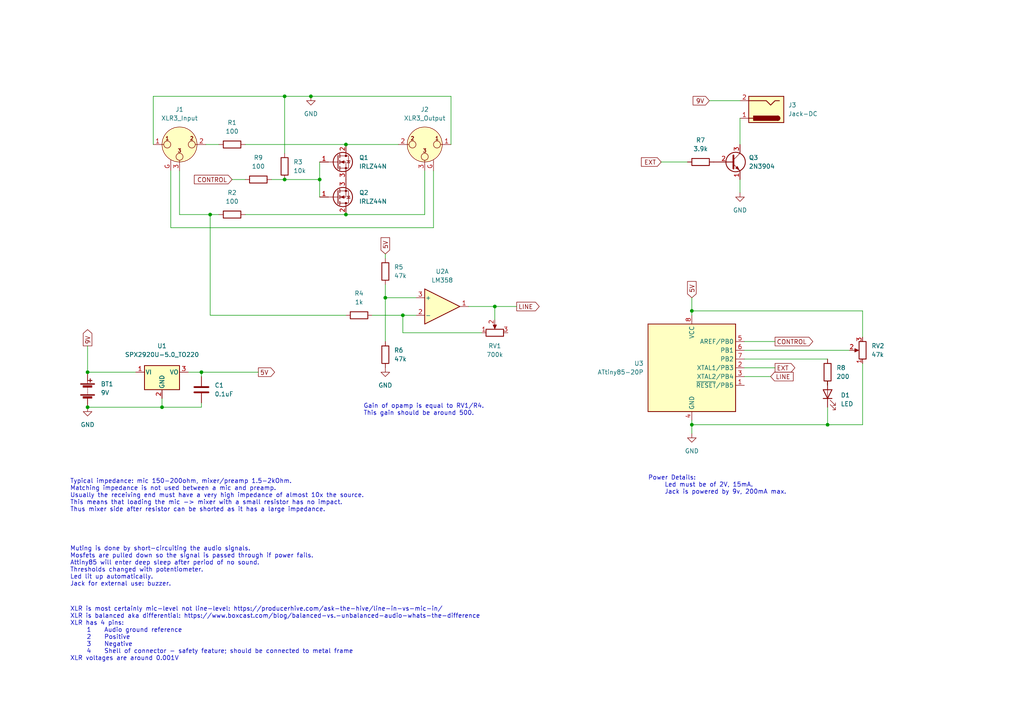
<source format=kicad_sch>
(kicad_sch (version 20211123) (generator eeschema)
  (paper "A4")
  (title_block (title "AutoMicrophone") (date "2022-09-24") (rev "4") (company "Aeindus"))
  (lib_symbols
    (symbol "Amplifier_Operational:LM358" (pin_names (offset 0.127))
      (property "Reference" "U" (at 0 5.08 0))
      (property "Value" "LM358" (at 0 -5.08 0))
      (symbol "LM358_1_1"
        (polyline (pts (xy -5.08 5.08) (xy 5.08 0) (xy -5.08 -5.08) (xy -5.08 5.08)) (stroke (width 0.254)) (fill (type background)))
        (pin output line (at 7.62 0 180) (length 2.54) (name "~") (number "1"))
        (pin input line (at -7.62 -2.54 0) (length 2.54) (name "-") (number "2"))
        (pin input line (at -7.62 2.54 0) (length 2.54) (name "+") (number "3"))
      )
      (symbol "LM358_2_1"
        (polyline (pts (xy -5.08 5.08) (xy 5.08 0) (xy -5.08 -5.08) (xy -5.08 5.08)) (stroke (width 0.254)) (fill (type background)))
        (pin input line (at -7.62 2.54 0) (length 2.54) (name "+") (number "5"))
        (pin input line (at -7.62 -2.54 0) (length 2.54) (name "-") (number "6"))
        (pin output line (at 7.62 0 180) (length 2.54) (name "~") (number "7"))
      )
      (symbol "LM358_3_1"
        (pin power_in line (at -2.54 -7.62 90) (length 3.81) (name "V-") (number "4"))
        (pin power_in line (at -2.54 7.62 270) (length 3.81) (name "V+") (number "8"))
      )
    )
    (symbol "Connector:Jack-DC" (pin_names (offset 1.016))
      (property "Reference" "J" (at 0 5.334 0))
      (property "Value" "Jack-DC" (at 0 -5.08 0))
      (symbol "Jack-DC_0_1"
        (rectangle (start -5.08 3.81) (end 5.08 -3.81) (stroke (width 0.254)) (fill (type background)))
        (arc (start -3.302 3.175) (mid -3.937 2.54) (end -3.302 1.905) (stroke (width 0.254)))
        (arc (start -3.302 3.175) (mid -3.937 2.54) (end -3.302 1.905) (stroke (width 0.254)) (fill (type outline)))
        (polyline (pts (xy 5.08 2.54) (xy 3.81 2.54)) (stroke (width 0.254)))
        (polyline (pts (xy -3.81 -2.54) (xy -2.54 -2.54) (xy -1.27 -1.27) (xy 0 -2.54) (xy 2.54 -2.54) (xy 5.08 -2.54)) (stroke (width 0.254)))
        (rectangle (start 3.683 3.175) (end -3.302 1.905) (stroke (width 0.254)) (fill (type outline)))
      )
      (symbol "Jack-DC_1_1"
        (pin passive line (at 7.62 2.54 180) (length 2.54) (name "~") (number "1"))
        (pin passive line (at 7.62 -2.54 180) (length 2.54) (name "~") (number "2"))
      )
    )
    (symbol "Connector:XLR3_Ground" (pin_names hide)
      (property "Reference" "J" (at 0 8.89 0))
      (property "Value" "XLR3_Ground" (at 0 6.35 0))
      (symbol "XLR3_Ground_0_1"
        (circle (center -3.556 0) (radius 1.016))
        (circle (center 0 -3.556) (radius 1.016))
        (polyline (pts (xy -5.08 0) (xy -4.572 0)))
        (polyline (pts (xy -2.54 -5.08) (xy -2.54 -4.445)))
        (polyline (pts (xy 0 -5.08) (xy 0 -4.572)))
        (polyline (pts (xy 5.08 0) (xy 4.572 0)))
        (circle (center 0 0) (radius 5.08) (fill (type background)))
        (circle (center 3.556 0) (radius 1.016))
        (text "1" (at -3.556 1.778 0) (effects (font (size 1.016 1.016) bold)))
        (text "2" (at 3.556 1.778 0) (effects (font (size 1.016 1.016) bold)))
        (text "3" (at 0 -1.778 0) (effects (font (size 1.016 1.016) bold)))
        (pin passive line (at -7.62 0 0) (length 2.54) (name "~") (number "1"))
        (pin passive line (at 7.62 0 180) (length 2.54) (name "~") (number "2"))
        (pin passive line (at 0 -7.62 90) (length 2.54) (name "~") (number "3"))
      )
      (symbol "XLR3_Ground_1_1"
        (pin passive line (at -2.54 -7.62 90) (length 2.54) (name "~") (number "G"))
      )
    )
    (symbol "Device:Battery" (pin_numbers hide) (pin_names (offset 0) hide)
      (property "Reference" "BT" (at 2.54 2.54 0))
      (property "Value" "Battery" (at 2.54 0 0))
      (symbol "Battery_0_1"
        (rectangle (start -2.032 -1.397) (end 2.032 -1.651) (fill (type outline)))
        (rectangle (start -2.032 1.778) (end 2.032 1.524) (fill (type outline)))
        (rectangle (start -1.3208 -1.9812) (end 1.27 -2.4892) (fill (type outline)))
        (rectangle (start -1.3208 1.1938) (end 1.27 0.6858) (fill (type outline)))
        (polyline (pts (xy 0 -1.524) (xy 0 -1.27)))
        (polyline (pts (xy 0 -1.016) (xy 0 -0.762)))
        (polyline (pts (xy 0 -0.508) (xy 0 -0.254)))
        (polyline (pts (xy 0 0) (xy 0 0.254)))
        (polyline (pts (xy 0 0.508) (xy 0 0.762)))
        (polyline (pts (xy 0 1.778) (xy 0 2.54)))
        (polyline (pts (xy 0.254 2.667) (xy 1.27 2.667)) (stroke (width 0.254)))
        (polyline (pts (xy 0.762 3.175) (xy 0.762 2.159)) (stroke (width 0.254)))
      )
      (symbol "Battery_1_1"
        (pin passive line (at 0 5.08 270) (length 2.54) (name "+") (number "1"))
        (pin passive line (at 0 -5.08 90) (length 2.54) (name "-") (number "2"))
      )
    )
    (symbol "Device:C" (pin_numbers hide) (pin_names (offset 0.254))
      (property "Reference" "C" (at 0.635 2.54 0))
      (property "Value" "C" (at 0.635 -2.54 0))
      (symbol "C_0_1"
        (polyline (pts (xy -2.032 -0.762) (xy 2.032 -0.762)) (stroke (width 0.508)))
        (polyline (pts (xy -2.032 0.762) (xy 2.032 0.762)) (stroke (width 0.508)))
      )
      (symbol "C_1_1"
        (pin passive line (at 0 3.81 270) (length 2.794) (name "~") (number "1"))
        (pin passive line (at 0 -3.81 90) (length 2.794) (name "~") (number "2"))
      )
    )
    (symbol "Device:LED" (pin_numbers hide) (pin_names (offset 1.016) hide)
      (property "Reference" "D" (at 0 2.54 0))
      (property "Value" "LED" (at 0 -2.54 0))
      (symbol "LED_0_1"
        (polyline (pts (xy -1.27 -1.27) (xy -1.27 1.27)) (stroke (width 0.254)))
        (polyline (pts (xy -1.27 0) (xy 1.27 0)))
        (polyline (pts (xy 1.27 -1.27) (xy 1.27 1.27) (xy -1.27 0) (xy 1.27 -1.27)) (stroke (width 0.254)))
        (polyline (pts (xy -3.048 -0.762) (xy -4.572 -2.286) (xy -3.81 -2.286) (xy -4.572 -2.286) (xy -4.572 -1.524)))
        (polyline (pts (xy -1.778 -0.762) (xy -3.302 -2.286) (xy -2.54 -2.286) (xy -3.302 -2.286) (xy -3.302 -1.524)))
      )
      (symbol "LED_1_1"
        (pin passive line (at -3.81 0 0) (length 2.54) (name "K") (number "1"))
        (pin passive line (at 3.81 0 180) (length 2.54) (name "A") (number "2"))
      )
    )
    (symbol "Device:R" (pin_numbers hide) (pin_names (offset 0))
      (property "Reference" "R" (at 2.032 0 90))
      (property "Value" "R" (at 0 0 90))
      (symbol "R_0_1"
        (rectangle (start -1.016 -2.54) (end 1.016 2.54) (stroke (width 0.254)))
      )
      (symbol "R_1_1"
        (pin passive line (at 0 3.81 270) (length 1.27) (name "~") (number "1"))
        (pin passive line (at 0 -3.81 90) (length 1.27) (name "~") (number "2"))
      )
    )
    (symbol "Device:R_Potentiometer" (pin_names (offset 1.016) hide)
      (property "Reference" "RV" (at -4.445 0 90))
      (property "Value" "R_Potentiometer" (at -2.54 0 90))
      (symbol "R_Potentiometer_0_1"
        (polyline (pts (xy 2.54 0) (xy 1.524 0)))
        (polyline (pts (xy 1.143 0) (xy 2.286 0.508) (xy 2.286 -0.508) (xy 1.143 0)) (fill (type outline)))
        (rectangle (start 1.016 2.54) (end -1.016 -2.54) (stroke (width 0.254)))
      )
      (symbol "R_Potentiometer_1_1"
        (pin passive line (at 0 3.81 270) (length 1.27) (name "1") (number "1"))
        (pin passive line (at 3.81 0 180) (length 1.27) (name "2") (number "2"))
        (pin passive line (at 0 -3.81 90) (length 1.27) (name "3") (number "3"))
      )
    )
    (symbol "MCU_Microchip_ATtiny:ATtiny85-20P"
      (property "Reference" "U" (at -12.7 13.97 0))
      (property "Value" "ATtiny85-20P" (at 2.54 -13.97 0))
      (symbol "ATtiny85-20P_0_1"
        (rectangle (start -12.7 -12.7) (end 12.7 12.7) (stroke (width 0.254)) (fill (type background)))
      )
      (symbol "ATtiny85-20P_1_1"
        (pin bidirectional line (at 15.24 -5.08 180) (length 2.54) (name "~{RESET}/PB5") (number "1"))
        (pin bidirectional line (at 15.24 0 180) (length 2.54) (name "XTAL1/PB3") (number "2"))
        (pin bidirectional line (at 15.24 -2.54 180) (length 2.54) (name "XTAL2/PB4") (number "3"))
        (pin power_in line (at 0 -15.24 90) (length 2.54) (name "GND") (number "4"))
        (pin bidirectional line (at 15.24 7.62 180) (length 2.54) (name "AREF/PB0") (number "5"))
        (pin bidirectional line (at 15.24 5.08 180) (length 2.54) (name "PB1") (number "6"))
        (pin bidirectional line (at 15.24 2.54 180) (length 2.54) (name "PB2") (number "7"))
        (pin power_in line (at 0 15.24 270) (length 2.54) (name "VCC") (number "8"))
      )
    )
    (symbol "Regulator_Linear:SPX2920U-5.0_TO220" (pin_names (offset 0.254))
      (property "Reference" "U" (at -3.81 3.175 0))
      (property "Value" "SPX2920U-5.0_TO220" (at 0 3.175 0))
      (symbol "SPX2920U-5.0_TO220_0_1"
        (rectangle (start -5.08 1.905) (end 5.08 -5.08) (stroke (width 0.254)) (fill (type background)))
      )
      (symbol "SPX2920U-5.0_TO220_1_1"
        (pin power_in line (at -7.62 0 0) (length 2.54) (name "VI") (number "1"))
        (pin power_in line (at 0 -7.62 90) (length 2.54) (name "GND") (number "2"))
        (pin power_out line (at 7.62 0 180) (length 2.54) (name "VO") (number "3"))
      )
    )
    (symbol "Transistor_BJT:2N3904" (pin_names (offset 0) hide)
      (property "Reference" "Q" (at 5.08 1.905 0))
      (property "Value" "2N3904" (at 5.08 0 0))
      (symbol "2N3904_0_1"
        (polyline (pts (xy 0.635 0.635) (xy 2.54 2.54)))
        (polyline (pts (xy 0.635 -0.635) (xy 2.54 -2.54) (xy 2.54 -2.54)))
        (polyline (pts (xy 0.635 1.905) (xy 0.635 -1.905) (xy 0.635 -1.905)) (stroke (width 0.508)))
        (polyline (pts (xy 1.27 -1.778) (xy 1.778 -1.27) (xy 2.286 -2.286) (xy 1.27 -1.778) (xy 1.27 -1.778)) (fill (type outline)))
        (circle (center 1.27 0) (radius 2.8194) (stroke (width 0.254)))
      )
      (symbol "2N3904_1_1"
        (pin passive line (at 2.54 -5.08 90) (length 2.54) (name "E") (number "1"))
        (pin passive line (at -5.08 0 0) (length 5.715) (name "B") (number "2"))
        (pin passive line (at 2.54 5.08 270) (length 2.54) (name "C") (number "3"))
      )
    )
    (symbol "Transistor_FET:IRLZ44N" (pin_names hide)
      (property "Reference" "Q" (at 6.35 1.905 0))
      (property "Value" "IRLZ44N" (at 6.35 0 0))
      (symbol "IRLZ44N_0_1"
        (polyline (pts (xy 0.254 0) (xy -2.54 0)))
        (polyline (pts (xy 0.254 1.905) (xy 0.254 -1.905)) (stroke (width 0.254)))
        (polyline (pts (xy 0.762 -1.27) (xy 0.762 -2.286)) (stroke (width 0.254)))
        (polyline (pts (xy 0.762 0.508) (xy 0.762 -0.508)) (stroke (width 0.254)))
        (polyline (pts (xy 0.762 2.286) (xy 0.762 1.27)) (stroke (width 0.254)))
        (polyline (pts (xy 2.54 2.54) (xy 2.54 1.778)))
        (polyline (pts (xy 2.54 -2.54) (xy 2.54 0) (xy 0.762 0)))
        (polyline (pts (xy 0.762 -1.778) (xy 3.302 -1.778) (xy 3.302 1.778) (xy 0.762 1.778)))
        (polyline (pts (xy 1.016 0) (xy 2.032 0.381) (xy 2.032 -0.381) (xy 1.016 0)) (fill (type outline)))
        (polyline (pts (xy 2.794 0.508) (xy 2.921 0.381) (xy 3.683 0.381) (xy 3.81 0.254)))
        (polyline (pts (xy 3.302 0.381) (xy 2.921 -0.254) (xy 3.683 -0.254) (xy 3.302 0.381)))
        (circle (center 1.651 0) (radius 2.794) (stroke (width 0.254)))
        (circle (center 2.54 -1.778) (radius 0.254) (fill (type outline)))
        (circle (center 2.54 1.778) (radius 0.254) (fill (type outline)))
      )
      (symbol "IRLZ44N_1_1"
        (pin input line (at -5.08 0 0) (length 2.54) (name "G") (number "1"))
        (pin passive line (at 2.54 5.08 270) (length 2.54) (name "D") (number "2"))
        (pin passive line (at 2.54 -5.08 90) (length 2.54) (name "S") (number "3"))
      )
    )
    (symbol "power:GND" (power) (pin_names (offset 0))
      (property "Value" "GND" (at 0 -3.81 0))
      (symbol "GND_0_1"
        (polyline (pts (xy 0 0) (xy 0 -1.27) (xy 1.27 -1.27) (xy 0 -2.54) (xy -1.27 -1.27) (xy 0 -1.27)))
      )
      (symbol "GND_1_1"
        (pin power_in line (at 0 0 270) (length 0) hide (name "GND") (number "1"))
      )
    )
  )
  (junction (at 46.99 118.11))
  (junction (at 90.17 27.94))
  (junction (at 92.71 52.07))
  (junction (at 60.96 62.23))
  (junction (at 25.4 107.95))
  (junction (at 143.51 88.9))
  (junction (at 200.66 90.17))
  (junction (at 82.55 27.94))
  (junction (at 100.33 41.91))
  (junction (at 25.4 118.11))
  (junction (at 116.84 91.44))
  (junction (at 240.03 123.19))
  (junction (at 111.76 86.36))
  (junction (at 100.33 62.23))
  (junction (at 200.66 123.19))
  (junction (at 58.42 107.95))
  (junction (at 82.55 52.07))
  (wire (pts (xy 116.84 96.52) (xy 116.84 91.44)))
  (wire (pts (xy 44.45 27.94) (xy 82.55 27.94)))
  (wire (pts (xy 240.03 118.11) (xy 240.03 123.19)))
  (wire (pts (xy 143.51 88.9) (xy 149.86 88.9)))
  (wire (pts (xy 46.99 115.57) (xy 46.99 118.11)))
  (wire (pts (xy 214.63 52.07) (xy 214.63 55.88)))
  (wire (pts (xy 215.9 99.06) (xy 224.79 99.06)))
  (wire (pts (xy 215.9 101.6) (xy 246.38 101.6)))
  (wire (pts (xy 111.76 82.55) (xy 111.76 86.36)))
  (wire (pts (xy 25.4 100.33) (xy 25.4 107.95)))
  (wire (pts (xy 139.7 96.52) (xy 116.84 96.52)))
  (wire (pts (xy 100.33 41.91) (xy 115.57 41.91)))
  (wire (pts (xy 111.76 86.36) (xy 111.76 99.06)))
  (wire (pts (xy 71.12 41.91) (xy 100.33 41.91)))
  (wire (pts (xy 60.96 62.23) (xy 63.5 62.23)))
  (wire (pts (xy 52.07 62.23) (xy 60.96 62.23)))
  (wire (pts (xy 205.74 29.21) (xy 214.63 29.21)))
  (wire (pts (xy 215.9 106.68) (xy 224.79 106.68)))
  (wire (pts (xy 200.66 125.73) (xy 200.66 123.19)))
  (wire (pts (xy 71.12 62.23) (xy 100.33 62.23)))
  (wire (pts (xy 143.51 88.9) (xy 135.89 88.9)))
  (wire (pts (xy 240.03 111.76) (xy 240.03 110.49)))
  (wire (pts (xy 82.55 52.07) (xy 92.71 52.07)))
  (wire (pts (xy 250.19 97.79) (xy 250.19 90.17)))
  (wire (pts (xy 58.42 116.84) (xy 58.42 118.11)))
  (wire (pts (xy 111.76 86.36) (xy 120.65 86.36)))
  (wire (pts (xy 116.84 91.44) (xy 120.65 91.44)))
  (wire (pts (xy 200.66 123.19) (xy 240.03 123.19)))
  (wire (pts (xy 111.76 73.66) (xy 111.76 74.93)))
  (wire (pts (xy 49.53 49.53) (xy 49.53 66.04)))
  (wire (pts (xy 58.42 118.11) (xy 46.99 118.11)))
  (wire (pts (xy 78.74 52.07) (xy 82.55 52.07)))
  (wire (pts (xy 250.19 105.41) (xy 250.19 123.19)))
  (wire (pts (xy 44.45 27.94) (xy 44.45 41.91)))
  (wire (pts (xy 215.9 104.14) (xy 240.03 104.14)))
  (wire (pts (xy 130.81 41.91) (xy 130.81 27.94)))
  (wire (pts (xy 82.55 27.94) (xy 90.17 27.94)))
  (wire (pts (xy 58.42 107.95) (xy 74.93 107.95)))
  (wire (pts (xy 200.66 123.19) (xy 200.66 121.92)))
  (wire (pts (xy 67.31 52.07) (xy 71.12 52.07)))
  (wire (pts (xy 123.19 49.53) (xy 123.19 62.23)))
  (wire (pts (xy 191.77 46.99) (xy 199.39 46.99)))
  (wire (pts (xy 214.63 34.29) (xy 214.63 41.91)))
  (wire (pts (xy 52.07 49.53) (xy 52.07 62.23)))
  (wire (pts (xy 107.95 91.44) (xy 116.84 91.44)))
  (wire (pts (xy 250.19 90.17) (xy 200.66 90.17)))
  (wire (pts (xy 90.17 27.94) (xy 130.81 27.94)))
  (wire (pts (xy 200.66 90.17) (xy 200.66 91.44)))
  (wire (pts (xy 92.71 52.07) (xy 92.71 57.15)))
  (wire (pts (xy 46.99 118.11) (xy 25.4 118.11)))
  (wire (pts (xy 240.03 123.19) (xy 250.19 123.19)))
  (wire (pts (xy 58.42 107.95) (xy 54.61 107.95)))
  (wire (pts (xy 25.4 107.95) (xy 39.37 107.95)))
  (wire (pts (xy 59.69 41.91) (xy 63.5 41.91)))
  (wire (pts (xy 143.51 92.71) (xy 143.51 88.9)))
  (wire (pts (xy 49.53 66.04) (xy 125.73 66.04)))
  (wire (pts (xy 60.96 91.44) (xy 60.96 62.23)))
  (wire (pts (xy 60.96 91.44) (xy 100.33 91.44)))
  (wire (pts (xy 58.42 109.22) (xy 58.42 107.95)))
  (wire (pts (xy 125.73 66.04) (xy 125.73 49.53)))
  (wire (pts (xy 82.55 27.94) (xy 82.55 44.45)))
  (wire (pts (xy 215.9 109.22) (xy 223.52 109.22)))
  (wire (pts (xy 92.71 46.99) (xy 92.71 52.07)))
  (wire (pts (xy 200.66 86.36) (xy 200.66 90.17)))
  (wire (pts (xy 100.33 62.23) (xy 123.19 62.23)))
  (text "Muting is done by short-circuiting the audio signals.\nMosfets are pulled down so the signal is passed through if power fails.\nAttiny85 will enter deep sleep after period of no sound.\nThresholds changed with potentiometer.\nLed lit up automatically.\nJack for external use: buzzer." (at 20.32 170.18 0) (effects (font (size 1.27 1.27)) (justify left bottom)))
  (text "Gain of opamp is equal to RV1/R4.\nThis gain should be around 500." (at 105.41 120.65 0) (effects (font (size 1.27 1.27)) (justify left bottom)))
  (text "Typical impedance: mic 150-200ohm, mixer/preamp 1.5-2kOhm.\nMatching impedance is not used between a mic and preamp. \nUsually the receiving end must have a very high impedance of almost 10x the source.\nThis means that loading the mic -> mixer with a small resistor has no impact.\nThus mixer side after resistor can be shorted as it has a large impedance." (at 20.32 148.59 0) (effects (font (size 1.27 1.27)) (justify left bottom)))
  (text "XLR is most certainly mic-level not line-level: https://producerhive.com/ask-the-hive/line-in-vs-mic-in/\nXLR is balanced aka differential: https://www.boxcast.com/blog/balanced-vs.-unbalanced-audio-whats-the-difference\nXLR has 4 pins: \n	1 	Audio ground reference\n	2	Positive\n	3	Negative\n	4	Shell of connector - safety feature; should be connected to metal frame\nXLR voltages are around 0.001V\n" (at 20.32 191.77 0) (effects (font (size 1.27 1.27)) (justify left bottom)))
  (text "Power Details:\n	Led must be of 2V, 15mA.\n	Jack is powered by 9v, 200mA max." (at 187.96 143.51 0) (effects (font (size 1.27 1.27)) (justify left bottom)))
  (global_label "LINE" (shape output) (at 149.86 88.9 0) (property "Intersheet References" "${INTERSHEET_REFS}" (effects hide)))
  (global_label "5V" (shape input) (at 111.76 73.66 90) (property "Intersheet References" "${INTERSHEET_REFS}" (effects hide)))
  (global_label "EXT" (shape output) (at 224.79 106.68 0) (property "Intersheet References" "${INTERSHEET_REFS}" (effects hide)))
  (global_label "9V" (shape input) (at 205.74 29.21 180) (property "Intersheet References" "${INTERSHEET_REFS}" (effects hide)))
  (global_label "LINE" (shape input) (at 223.52 109.22 0) (property "Intersheet References" "${INTERSHEET_REFS}" (effects hide)))
  (global_label "5V" (shape input) (at 200.66 86.36 90) (property "Intersheet References" "${INTERSHEET_REFS}" (effects hide)))
  (global_label "EXT" (shape input) (at 191.77 46.99 180) (property "Intersheet References" "${INTERSHEET_REFS}" (effects hide)))
  (global_label "CONTROL" (shape input) (at 67.31 52.07 180) (property "Intersheet References" "${INTERSHEET_REFS}" (effects hide)))
  (global_label "9V" (shape output) (at 25.4 100.33 90) (property "Intersheet References" "${INTERSHEET_REFS}" (effects hide)))
  (global_label "5V" (shape output) (at 74.93 107.95 0) (property "Intersheet References" "${INTERSHEET_REFS}" (effects hide)))
  (global_label "CONTROL" (shape output) (at 224.79 99.06 0) (property "Intersheet References" "${INTERSHEET_REFS}" (effects hide)))
  (symbol (lib_id "Connector:Jack-DC") (at 222.25 31.75 180) (unit 1)
    (property "Reference" "J3" (at 228.6 30.4799 0) (effects (justify right)))
    (property "Value" "Jack-DC" (at 228.6 33.0199 0) (effects (justify right)))
  )
  (symbol (lib_id "Device:R_Potentiometer") (at 143.51 96.52 90) (unit 1)
    (property "Reference" "RV1" (at 143.51 100.33 90))
    (property "Value" "700k" (at 143.51 102.87 90))
  )
  (symbol (lib_id "Device:R") (at 67.31 41.91 90) (unit 1)
    (property "Reference" "R1" (at 67.31 35.56 90))
    (property "Value" "100" (at 67.31 38.1 90))
  )
  (symbol (lib_id "Transistor_FET:IRLZ44N") (at 97.79 57.15 0) (mirror x) (unit 1)
    (property "Reference" "Q2" (at 104.14 55.8799 0) (effects (justify left)))
    (property "Value" "IRLZ44N" (at 104.14 58.4199 0) (effects (justify left)))
    (property "Footprint" "Package_TO_SOT_THT:TO-220-3_Vertical" (effects hide))
    (property "Datasheet" "http://www.irf.com/product-info/datasheets/data/irlz44n.pdf" (effects hide))
  )
  (symbol (lib_id "power:GND") (at 25.4 118.11 0) (unit 1)
    (property "Reference" "#PWR01" (effects hide))
    (property "Value" "GND" (at 25.4 123.19 0))
  )
  (symbol (lib_id "Connector:XLR3_Ground") (at 52.07 41.91 0) (unit 1)
    (property "Reference" "J1" (at 52.07 31.75 0))
    (property "Value" "XLR3_Input" (at 52.07 34.29 0))
    (property "Datasheet" " ~" (effects hide))
  )
  (symbol (lib_id "Device:R_Potentiometer") (at 250.19 101.6 180) (unit 1)
    (property "Reference" "RV2" (at 252.73 100.3299 0) (effects (justify right)))
    (property "Value" "47k" (at 252.73 102.8699 0) (effects (justify right)))
  )
  (symbol (lib_id "power:GND") (at 200.66 125.73 0) (unit 1)
    (property "Reference" "#PWR04" (effects hide))
    (property "Value" "GND" (at 200.66 130.81 0))
  )
  (symbol (lib_id "Device:R") (at 104.14 91.44 90) (unit 1)
    (property "Reference" "R4" (at 104.14 85.09 90))
    (property "Value" "1k" (at 104.14 87.63 90))
  )
  (symbol (lib_id "Device:Battery") (at 25.4 113.03 0) (unit 1)
    (property "Reference" "BT1" (at 29.21 111.3789 0) (effects (justify left)))
    (property "Value" "9V" (at 29.21 113.9189 0) (effects (justify left)))
  )
  (symbol (lib_id "Device:R") (at 240.03 107.95 180) (unit 1)
    (property "Reference" "R8" (at 242.57 106.6799 0) (effects (justify right)))
    (property "Value" "200" (at 242.57 109.2199 0) (effects (justify right)))
  )
  (symbol (lib_id "power:GND") (at 111.76 106.68 0) (unit 1)
    (property "Reference" "#PWR03" (effects hide))
    (property "Value" "GND" (at 111.76 111.76 0))
  )
  (symbol (lib_id "MCU_Microchip_ATtiny:ATtiny85-20P") (at 200.66 106.68 0) (unit 1)
    (property "Reference" "U3" (at 186.69 105.4099 0) (effects (justify right)))
    (property "Value" "ATtiny85-20P" (at 186.69 107.9499 0) (effects (justify right)))
    (property "Footprint" "Package_DIP:DIP-8_W7.62mm" (effects hide))
    (property "Datasheet" "http://ww1.microchip.com/downloads/en/DeviceDoc/atmel-2586-avr-8-bit-microcontroller-attiny25-attiny45-attiny85_datasheet.pdf" (effects hide))
  )
  (symbol (lib_id "Device:C") (at 58.42 113.03 0) (unit 1)
    (property "Reference" "C1" (at 62.23 111.7599 0) (effects (justify left)))
    (property "Value" "0.1uF" (at 62.23 114.2999 0) (effects (justify left)))
  )
  (symbol (lib_id "power:GND") (at 90.17 27.94 0) (unit 1)
    (property "Reference" "#PWR02" (effects hide))
    (property "Value" "GND" (at 90.17 33.02 0))
  )
  (symbol (lib_id "Transistor_FET:IRLZ44N") (at 97.79 46.99 0) (unit 1)
    (property "Reference" "Q1" (at 104.14 45.7199 0) (effects (justify left)))
    (property "Value" "IRLZ44N" (at 104.14 48.2599 0) (effects (justify left)))
    (property "Footprint" "Package_TO_SOT_THT:TO-220-3_Vertical" (effects hide))
    (property "Datasheet" "http://www.irf.com/product-info/datasheets/data/irlz44n.pdf" (effects hide))
  )
  (symbol (lib_id "Device:R") (at 82.55 48.26 0) (unit 1)
    (property "Reference" "R3" (at 85.09 46.9899 0) (effects (justify left)))
    (property "Value" "10k" (at 85.09 49.5299 0) (effects (justify left)))
  )
  (symbol (lib_id "Device:R") (at 74.93 52.07 90) (unit 1)
    (property "Reference" "R9" (at 74.93 45.72 90))
    (property "Value" "100" (at 74.93 48.26 90))
  )
  (symbol (lib_id "Connector:XLR3_Ground") (at 123.19 41.91 0) (mirror y) (unit 1)
    (property "Reference" "J2" (at 123.19 31.75 0))
    (property "Value" "XLR3_Output" (at 123.19 34.29 0))
    (property "Datasheet" " ~" (effects hide))
  )
  (symbol (lib_id "Transistor_BJT:2N3904") (at 212.09 46.99 0) (unit 1)
    (property "Reference" "Q3" (at 217.17 45.7199 0) (effects (justify left)))
    (property "Value" "2N3904" (at 217.17 48.2599 0) (effects (justify left)))
    (property "Footprint" "Package_TO_SOT_THT:TO-92_Inline" (effects hide))
    (property "Datasheet" "https://www.onsemi.com/pub/Collateral/2N3903-D.PDF" (effects hide))
  )
  (symbol (lib_id "Device:R") (at 111.76 102.87 0) (unit 1)
    (property "Reference" "R6" (at 114.3 101.5999 0) (effects (justify left)))
    (property "Value" "47k" (at 114.3 104.1399 0) (effects (justify left)))
  )
  (symbol (lib_id "Device:R") (at 203.2 46.99 90) (unit 1)
    (property "Reference" "R7" (at 203.2 40.64 90))
    (property "Value" "3.9k" (at 203.2 43.18 90))
  )
  (symbol (lib_id "Device:R") (at 67.31 62.23 90) (unit 1)
    (property "Reference" "R2" (at 67.31 55.88 90))
    (property "Value" "100" (at 67.31 58.42 90))
  )
  (symbol (lib_id "Device:LED") (at 240.03 114.3 90) (unit 1)
    (property "Reference" "D1" (at 243.84 114.6174 90) (effects (justify right)))
    (property "Value" "LED" (at 243.84 117.1574 90) (effects (justify right)))
  )
  (symbol (lib_id "Regulator_Linear:SPX2920U-5.0_TO220") (at 46.99 107.95 0) (unit 1)
    (property "Reference" "U1" (at 46.99 100.33 0))
    (property "Value" "SPX2920U-5.0_TO220" (at 46.99 102.87 0))
    (property "Footprint" "Package_TO_SOT_THT:TO-220-3_Vertical" (effects hide))
    (property "Datasheet" "http://www.zlgmcu.com/Sipex/LDO/PDF/spx2920.pdf" (effects hide))
  )
  (symbol (lib_id "Device:R") (at 111.76 78.74 0) (unit 1)
    (property "Reference" "R5" (at 114.3 77.4699 0) (effects (justify left)))
    (property "Value" "47k" (at 114.3 80.0099 0) (effects (justify left)))
  )
  (symbol (lib_id "power:GND") (at 214.63 55.88 0) (unit 1)
    (property "Reference" "#PWR05" (effects hide))
    (property "Value" "GND" (at 214.63 60.96 0))
  )
  (symbol (lib_id "Amplifier_Operational:LM358") (at 128.27 88.9 0) (unit 1)
    (property "Reference" "U2" (at 128.27 78.74 0))
    (property "Value" "LM358" (at 128.27 81.28 0))
    (property "Datasheet" "http://www.ti.com/lit/ds/symlink/lm2904-n.pdf" (effects hide))
  )
)
</source>
